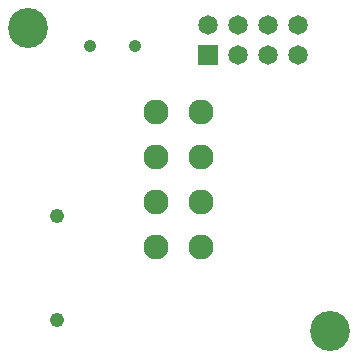
<source format=gbs>
%FSLAX24Y24*%
%MOIN*%
G70*
G01*
G75*
G04 Layer_Color=16711935*
%ADD10R,0.0710X0.0300*%
%ADD11R,0.1024X0.0787*%
%ADD12R,0.0532X0.0157*%
%ADD13R,0.0748X0.0630*%
%ADD14R,0.0748X0.0472*%
%ADD15R,0.0787X0.0827*%
%ADD16R,0.0150X0.0200*%
%ADD17R,0.0291X0.0728*%
%ADD18R,0.0787X0.0157*%
%ADD19R,0.0118X0.0472*%
%ADD20R,0.0472X0.0118*%
%ADD21R,0.0236X0.0098*%
%ADD22R,0.0295X0.0472*%
%ADD23R,0.0200X0.0150*%
%ADD24R,0.0300X0.0250*%
%ADD25R,0.0335X0.0138*%
%ADD26R,0.0138X0.0315*%
%ADD27R,0.0250X0.0300*%
%ADD28R,0.0118X0.0165*%
%ADD29R,0.0165X0.0118*%
%ADD30C,0.0100*%
%ADD31C,0.0120*%
%ADD32C,0.0050*%
%ADD33C,0.0060*%
%ADD34C,0.0140*%
%ADD35C,0.0080*%
%ADD36C,0.0098*%
%ADD37C,0.0160*%
%ADD38C,0.0433*%
%ADD39C,0.0591*%
%ADD40R,0.0591X0.0591*%
%ADD41C,0.0354*%
%ADD42C,0.1250*%
%ADD43C,0.0180*%
%ADD44C,0.0200*%
%ADD45C,0.0300*%
%ADD46R,0.1120X0.1120*%
%ADD47C,0.0787*%
%ADD48C,0.0059*%
%ADD49R,0.0760X0.0350*%
%ADD50R,0.1074X0.0837*%
%ADD51R,0.0582X0.0207*%
%ADD52R,0.0798X0.0680*%
%ADD53R,0.0798X0.0522*%
%ADD54R,0.0837X0.0877*%
%ADD55R,0.0200X0.0250*%
%ADD56R,0.0341X0.0778*%
%ADD57R,0.0837X0.0207*%
%ADD58R,0.0168X0.0522*%
%ADD59R,0.0522X0.0168*%
%ADD60R,0.0286X0.0148*%
%ADD61R,0.0345X0.0522*%
%ADD62R,0.0190X0.0240*%
%ADD63R,0.0250X0.0200*%
%ADD64R,0.0350X0.0300*%
%ADD65R,0.0375X0.0178*%
%ADD66R,0.0178X0.0355*%
%ADD67R,0.0300X0.0350*%
%ADD68R,0.0158X0.0206*%
%ADD69R,0.0206X0.0158*%
%ADD70C,0.0483*%
%ADD71C,0.0651*%
%ADD72R,0.0651X0.0651*%
%ADD73C,0.0414*%
%ADD74C,0.1330*%
%ADD75C,0.0837*%
D70*
X22197Y41598D02*
D03*
Y45042D02*
D03*
D71*
X29250Y51400D02*
D03*
Y50400D02*
D03*
X28250Y51400D02*
D03*
Y50400D02*
D03*
X27250Y51400D02*
D03*
X30250Y50400D02*
D03*
Y51400D02*
D03*
D72*
X27250Y50400D02*
D03*
D73*
X23300Y50700D02*
D03*
X24800D02*
D03*
D74*
X21250Y51300D02*
D03*
X31300Y41200D02*
D03*
D75*
X25500Y44000D02*
D03*
Y48500D02*
D03*
X27000Y45500D02*
D03*
Y47000D02*
D03*
Y48500D02*
D03*
X25500Y45500D02*
D03*
Y47000D02*
D03*
X27000Y44000D02*
D03*
M02*

</source>
